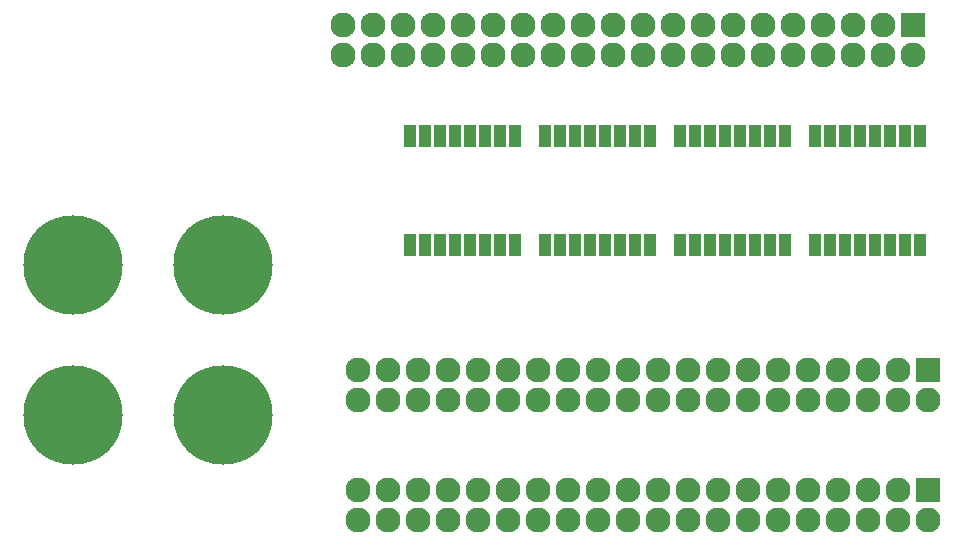
<source format=gbs>
G04 #@! TF.GenerationSoftware,KiCad,Pcbnew,(2017-12-02 revision 3109343)-master*
G04 #@! TF.CreationDate,2018-01-05T09:38:41-05:00*
G04 #@! TF.ProjectId,stm_integrated_interface,73746D5F696E74656772617465645F69,rev?*
G04 #@! TF.SameCoordinates,Original*
G04 #@! TF.FileFunction,Soldermask,Bot*
G04 #@! TF.FilePolarity,Negative*
%FSLAX46Y46*%
G04 Gerber Fmt 4.6, Leading zero omitted, Abs format (unit mm)*
G04 Created by KiCad (PCBNEW (2017-12-02 revision 3109343)-master) date Fri Jan  5 09:38:41 2018*
%MOMM*%
%LPD*%
G01*
G04 APERTURE LIST*
%ADD10R,2.127200X2.127200*%
%ADD11O,2.127200X2.127200*%
%ADD12C,8.400000*%
%ADD13R,1.000000X1.900000*%
G04 APERTURE END LIST*
D10*
X125730000Y-64770000D03*
D11*
X125730000Y-67310000D03*
X123190000Y-64770000D03*
X123190000Y-67310000D03*
X120650000Y-64770000D03*
X120650000Y-67310000D03*
X118110000Y-64770000D03*
X118110000Y-67310000D03*
X115570000Y-64770000D03*
X115570000Y-67310000D03*
X113030000Y-64770000D03*
X113030000Y-67310000D03*
X110490000Y-64770000D03*
X110490000Y-67310000D03*
X107950000Y-64770000D03*
X107950000Y-67310000D03*
X105410000Y-64770000D03*
X105410000Y-67310000D03*
X102870000Y-64770000D03*
X102870000Y-67310000D03*
X100330000Y-64770000D03*
X100330000Y-67310000D03*
X97790000Y-64770000D03*
X97790000Y-67310000D03*
X95250000Y-64770000D03*
X95250000Y-67310000D03*
X92710000Y-64770000D03*
X92710000Y-67310000D03*
X90170000Y-64770000D03*
X90170000Y-67310000D03*
X87630000Y-64770000D03*
X87630000Y-67310000D03*
X85090000Y-64770000D03*
X85090000Y-67310000D03*
X82550000Y-64770000D03*
X82550000Y-67310000D03*
X80010000Y-64770000D03*
X80010000Y-67310000D03*
X77470000Y-64770000D03*
X77470000Y-67310000D03*
X77470000Y-77470000D03*
X77470000Y-74930000D03*
X80010000Y-77470000D03*
X80010000Y-74930000D03*
X82550000Y-77470000D03*
X82550000Y-74930000D03*
X85090000Y-77470000D03*
X85090000Y-74930000D03*
X87630000Y-77470000D03*
X87630000Y-74930000D03*
X90170000Y-77470000D03*
X90170000Y-74930000D03*
X92710000Y-77470000D03*
X92710000Y-74930000D03*
X95250000Y-77470000D03*
X95250000Y-74930000D03*
X97790000Y-77470000D03*
X97790000Y-74930000D03*
X100330000Y-77470000D03*
X100330000Y-74930000D03*
X102870000Y-77470000D03*
X102870000Y-74930000D03*
X105410000Y-77470000D03*
X105410000Y-74930000D03*
X107950000Y-77470000D03*
X107950000Y-74930000D03*
X110490000Y-77470000D03*
X110490000Y-74930000D03*
X113030000Y-77470000D03*
X113030000Y-74930000D03*
X115570000Y-77470000D03*
X115570000Y-74930000D03*
X118110000Y-77470000D03*
X118110000Y-74930000D03*
X120650000Y-77470000D03*
X120650000Y-74930000D03*
X123190000Y-77470000D03*
X123190000Y-74930000D03*
X125730000Y-77470000D03*
D10*
X125730000Y-74930000D03*
D12*
X53340000Y-68580000D03*
X53340000Y-55880000D03*
X66040000Y-55880000D03*
X66040000Y-68580000D03*
D11*
X76200000Y-38100000D03*
X76200000Y-35560000D03*
X78740000Y-38100000D03*
X78740000Y-35560000D03*
X81280000Y-38100000D03*
X81280000Y-35560000D03*
X83820000Y-38100000D03*
X83820000Y-35560000D03*
X86360000Y-38100000D03*
X86360000Y-35560000D03*
X88900000Y-38100000D03*
X88900000Y-35560000D03*
X91440000Y-38100000D03*
X91440000Y-35560000D03*
X93980000Y-38100000D03*
X93980000Y-35560000D03*
X96520000Y-38100000D03*
X96520000Y-35560000D03*
X99060000Y-38100000D03*
X99060000Y-35560000D03*
X101600000Y-38100000D03*
X101600000Y-35560000D03*
X104140000Y-38100000D03*
X104140000Y-35560000D03*
X106680000Y-38100000D03*
X106680000Y-35560000D03*
X109220000Y-38100000D03*
X109220000Y-35560000D03*
X111760000Y-38100000D03*
X111760000Y-35560000D03*
X114300000Y-38100000D03*
X114300000Y-35560000D03*
X116840000Y-38100000D03*
X116840000Y-35560000D03*
X119380000Y-38100000D03*
X119380000Y-35560000D03*
X121920000Y-38100000D03*
X121920000Y-35560000D03*
X124460000Y-38100000D03*
D10*
X124460000Y-35560000D03*
D13*
X81915000Y-54180000D03*
X83185000Y-54180000D03*
X84455000Y-54180000D03*
X85725000Y-54180000D03*
X86995000Y-54180000D03*
X88265000Y-54180000D03*
X89535000Y-54180000D03*
X90805000Y-54180000D03*
X90805000Y-44880000D03*
X89535000Y-44880000D03*
X88265000Y-44880000D03*
X86995000Y-44880000D03*
X85725000Y-44880000D03*
X84455000Y-44880000D03*
X83185000Y-44880000D03*
X81915000Y-44880000D03*
X93345000Y-54180000D03*
X94615000Y-54180000D03*
X95885000Y-54180000D03*
X97155000Y-54180000D03*
X98425000Y-54180000D03*
X99695000Y-54180000D03*
X100965000Y-54180000D03*
X102235000Y-54180000D03*
X102235000Y-44880000D03*
X100965000Y-44880000D03*
X99695000Y-44880000D03*
X98425000Y-44880000D03*
X97155000Y-44880000D03*
X95885000Y-44880000D03*
X94615000Y-44880000D03*
X93345000Y-44880000D03*
X104775000Y-44880000D03*
X106045000Y-44880000D03*
X107315000Y-44880000D03*
X108585000Y-44880000D03*
X109855000Y-44880000D03*
X111125000Y-44880000D03*
X112395000Y-44880000D03*
X113665000Y-44880000D03*
X113665000Y-54180000D03*
X112395000Y-54180000D03*
X111125000Y-54180000D03*
X109855000Y-54180000D03*
X108585000Y-54180000D03*
X107315000Y-54180000D03*
X106045000Y-54180000D03*
X104775000Y-54180000D03*
X116205000Y-44880000D03*
X117475000Y-44880000D03*
X118745000Y-44880000D03*
X120015000Y-44880000D03*
X121285000Y-44880000D03*
X122555000Y-44880000D03*
X123825000Y-44880000D03*
X125095000Y-44880000D03*
X125095000Y-54180000D03*
X123825000Y-54180000D03*
X122555000Y-54180000D03*
X121285000Y-54180000D03*
X120015000Y-54180000D03*
X118745000Y-54180000D03*
X117475000Y-54180000D03*
X116205000Y-54180000D03*
M02*

</source>
